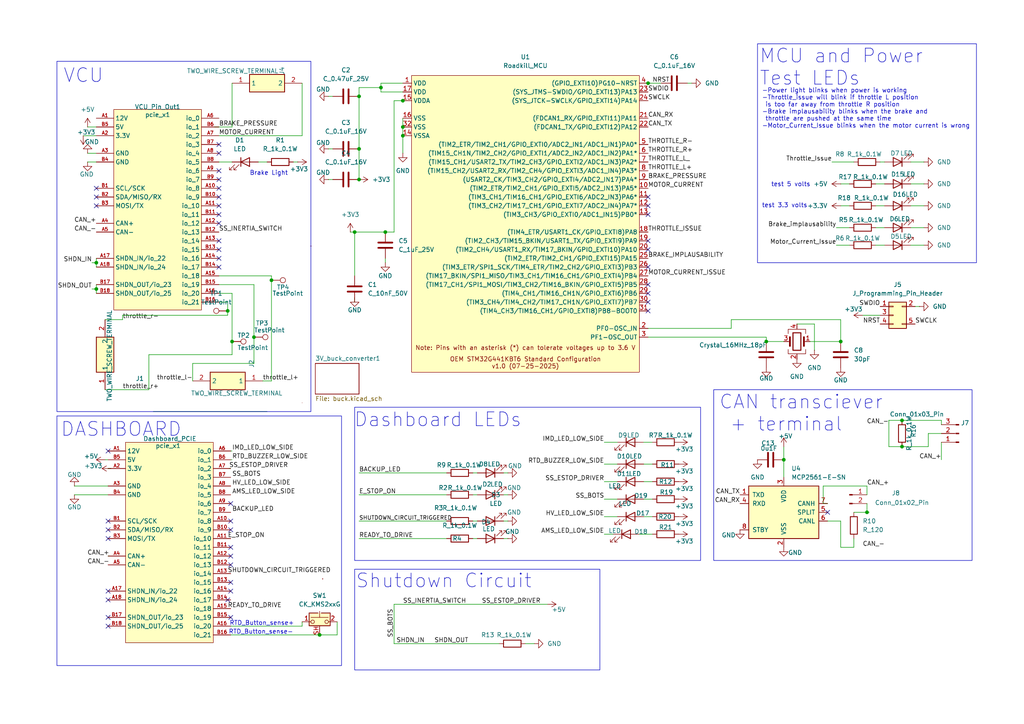
<source format=kicad_sch>
(kicad_sch (version 20250114) (generator "eeschema") (generator_version "9.0")
  (paper "A4")
  (rectangle (start 16.51 120.65) (end 99.06 193.04))
  (rectangle (start 102.87 118.11) (end 203.2 162.56))
  (rectangle (start 16.51 17.78) (end 90.17 119.38))
  (rectangle (start 102.87 165.1) (end 173.99 194.31))
  (rectangle (start 219.71 12.7) (end 283.21 76.2))
  (rectangle (start 207.01 113.03) (end 281.94 162.56))
  (text "Brake Light" (at 77.978 50.292 0) (effects (font (size 1.27 1.27))))
  (text "RTD_Button_sense-" (at 75.692 183.388 0) (effects (font (size 1.27 1.27))))
  (text "test 3.3 volts" (at 227.584 59.69 0) (effects (font (size 1.27 1.27))))
  (text "DASHBOARD" (at 17.526 127 0) (effects (font (size 4 4)) (justify left bottom)))
  (text "MCU and Power\nTest LEDs" (at 220.218 25.146 0) (effects (font (size 4 4)) (justify left bottom)))
  (text "Shutdown Circuit" (at 103.124 170.942 0) (effects (font (size 4 4)) (justify left bottom)))
  (text "-Power light blinks when power is working\n-Throttle_issue will blink if throttle L position \n is too far away from throttle R position\n-Brake implausability blinks when the brake and \n throttle are pushed at the same time\n-Motor_Current_Issue blinks when the motor current is wrong\n " (at 220.98 32.512 0) (effects (font (size 1.27 1.27)) (justify left)))
  (text "test 5 volts" (at 229.362 53.594 0) (effects (font (size 1.27 1.27))))
  (text "Dashboard LEDs" (at 102.616 124.206 0) (effects (font (size 4 4)) (justify left bottom)))
  (text "RTD_Button_sense+" (at 75.946 180.848 0) (effects (font (size 1.27 1.27))))
  (text "CAN transciever\n + terminal\n" (at 208.534 125.476 0) (effects (font (size 3.9878 3.9878)) (justify left bottom)))
  (text "VCU" (at 18.288 24.384 0) (effects (font (size 4 4)) (justify left bottom)))
  (junction (at 73.66 97.79))
  (junction (at 187.96 24.13))
  (junction (at 78.74 81.28))
  (junction (at 27.94 83.82))
  (junction (at 104.14 52.07))
  (junction (at 261.62 129.54))
  (junction (at 261.62 121.92))
  (junction (at 104.14 27.94))
  (junction (at 110.49 25.4))
  (junction (at 227.33 133.35))
  (junction (at 116.84 36.83))
  (junction (at 92.71 184.15))
  (junction (at 116.84 29.21))
  (junction (at 27.94 76.2))
  (junction (at 102.87 67.31))
  (junction (at 116.84 39.37))
  (junction (at 104.14 43.18))
  (junction (at 67.31 99.06))
  (junction (at 222.25 99.06))
  (junction (at 111.76 67.31))
  (junction (at 66.04 90.17))
  (junction (at 251.46 148.59))
  (junction (at 243.84 99.06))
  (no_connect (at 31.3546 151.13))
  (no_connect (at 63.5 77.47))
  (no_connect (at 187.96 62.23))
  (no_connect (at 31.3546 130.81))
  (no_connect (at 27.94 57.15))
  (no_connect (at 31.3546 153.67))
  (no_connect (at 31.3546 181.61))
  (no_connect (at 240.03 148.59))
  (no_connect (at 27.94 54.61))
  (no_connect (at 187.96 77.47))
  (no_connect (at 66.9146 163.83))
  (no_connect (at 63.5 44.45))
  (no_connect (at 66.9146 146.05))
  (no_connect (at 27.94 59.69))
  (no_connect (at 187.96 69.85))
  (no_connect (at 63.5 49.53))
  (no_connect (at 63.5 52.07))
  (no_connect (at 187.96 57.15))
  (no_connect (at 63.5 62.23))
  (no_connect (at 187.96 59.69))
  (no_connect (at 187.96 90.17))
  (no_connect (at 66.9146 179.07))
  (no_connect (at 63.5 74.93))
  (no_connect (at 187.96 82.55))
  (no_connect (at 66.9146 151.13))
  (no_connect (at 63.5 59.69))
  (no_connect (at 31.3546 173.99))
  (no_connect (at 66.9146 171.45))
  (no_connect (at 66.9146 153.67))
  (no_connect (at 63.5 72.39))
  (no_connect (at 63.5 41.91))
  (no_connect (at 31.3546 171.45))
  (no_connect (at 63.5 69.85))
  (no_connect (at 31.3546 179.07))
  (no_connect (at 187.96 87.63))
  (no_connect (at 63.5 57.15))
  (no_connect (at 187.96 72.39))
  (no_connect (at 66.9146 168.91))
  (no_connect (at 66.9146 158.75))
  (no_connect (at 66.9146 161.29))
  (no_connect (at 31.3546 156.21))
  (no_connect (at 63.5 64.77))
  (no_connect (at 63.5 54.61))
  (no_connect (at 187.96 85.09))
  (no_connect (at 66.04 173.99))
  (wire (pts (xy 67.31 36.83) (xy 67.31 24.13)))
  (wire (pts (xy 27.94 83.82) (xy 27.94 85.09)))
  (wire (pts (xy 95.25 43.18) (xy 96.52 43.18)))
  (wire (pts (xy 102.87 86.36) (xy 102.87 87.63)))
  (wire (pts (xy 111.76 76.2) (xy 111.76 74.93)))
  (wire (pts (xy 247.65 156.21) (xy 247.65 158.75)))
  (wire (pts (xy 24.13 39.37) (xy 27.94 39.37)))
  (wire (pts (xy 227.33 129.54) (xy 227.33 133.35)))
  (wire (pts (xy 144.78 186.69) (xy 114.3 186.69)))
  (wire (pts (xy 31.3546 143.51) (xy 21.59 143.51)))
  (wire (pts (xy 43.18 102.87) (xy 67.31 102.87)))
  (wire (pts (xy 67.31 85.09) (xy 63.5 85.09)))
  (wire (pts (xy 238.76 146.05) (xy 240.03 146.05)))
  (wire (pts (xy 222.25 99.06) (xy 227.33 99.06)))
  (wire (pts (xy 261.62 121.92) (xy 273.05 121.92)))
  (wire (pts (xy 31.75 161.29) (xy 31.3546 161.29)))
  (wire (pts (xy 116.84 34.29) (xy 116.84 36.83)))
  (wire (pts (xy 273.05 121.92) (xy 273.05 123.19)))
  (wire (pts (xy 67.31 85.09) (xy 67.31 99.06)))
  (wire (pts (xy 118.11 29.21) (xy 116.84 29.21)))
  (wire (pts (xy 116.84 36.83) (xy 116.84 39.37)))
  (wire (pts (xy 35.56 91.44) (xy 66.04 91.44)))
  (wire (pts (xy 227.33 133.35) (xy 227.33 138.43)))
  (wire (pts (xy 175.26 134.62) (xy 179.07 134.62)))
  (wire (pts (xy 62.23 39.37) (xy 87.63 39.37)))
  (wire (pts (xy 73.66 82.55) (xy 73.66 97.79)))
  (wire (pts (xy 66.9146 181.61) (xy 87.63 181.61)))
  (wire (pts (xy 55.88 105.41) (xy 73.66 105.41)))
  (wire (pts (xy 257.81 129.54) (xy 261.62 129.54)))
  (wire (pts (xy 111.76 67.31) (xy 114.3 67.31)))
  (wire (pts (xy 35.56 91.44) (xy 35.56 92.71)))
  (wire (pts (xy 175.26 154.94) (xy 177.8 154.94)))
  (wire (pts (xy 146.05 137.16) (xy 147.32 137.16)))
  (wire (pts (xy 212.09 95.25) (xy 187.96 95.25)))
  (wire (pts (xy 104.14 27.94) (xy 104.14 43.18)))
  (wire (pts (xy 273.05 128.27) (xy 273.05 133.35)))
  (wire (pts (xy 116.84 29.21) (xy 114.3 29.21)))
  (wire (pts (xy 92.71 184.15) (xy 97.79 184.15)))
  (wire (pts (xy 66.9146 130.81) (xy 67.31 130.81)))
  (wire (pts (xy 104.14 151.13) (xy 129.54 151.13)))
  (wire (pts (xy 27.94 36.83) (xy 25.4 36.83)))
  (wire (pts (xy 146.05 151.13) (xy 147.32 151.13)))
  (wire (pts (xy 78.74 80.01) (xy 63.5 80.01)))
  (wire (pts (xy 116.84 39.37) (xy 116.84 44.45)))
  (wire (pts (xy 110.49 24.13) (xy 116.84 24.13)))
  (wire (pts (xy 254 71.12) (xy 256.54 71.12)))
  (wire (pts (xy 257.81 121.92) (xy 257.81 129.54)))
  (wire (pts (xy 43.18 102.87) (xy 43.18 113.03)))
  (wire (pts (xy 251.46 148.59) (xy 252.095 148.59)))
  (wire (pts (xy 78.74 81.28) (xy 78.74 110.49)))
  (wire (pts (xy 186.69 149.86) (xy 189.23 149.86)))
  (wire (pts (xy 186.69 144.78) (xy 189.23 144.78)))
  (wire (pts (xy 242.57 71.12) (xy 246.38 71.12)))
  (wire (pts (xy 104.14 143.51) (xy 129.54 143.51)))
  (wire (pts (xy 87.63 24.13) (xy 87.63 39.37)))
  (wire (pts (xy 76.2 110.49) (xy 78.74 110.49)))
  (wire (pts (xy 146.05 156.21) (xy 147.32 156.21)))
  (wire (pts (xy 66.9146 133.35) (xy 67.31 133.35)))
  (wire (pts (xy 27.94 76.2) (xy 26.67 76.2)))
  (wire (pts (xy 269.24 129.54) (xy 269.24 125.73)))
  (wire (pts (xy 114.3 29.21) (xy 114.3 67.31)))
  (wire (pts (xy 30.48 113.03) (xy 43.18 113.03)))
  (wire (pts (xy 110.49 24.13) (xy 110.49 25.4)))
  (wire (pts (xy 137.16 137.16) (xy 138.43 137.16)))
  (wire (pts (xy 243.84 151.13) (xy 243.84 158.75)))
  (wire (pts (xy 104.14 137.16) (xy 129.54 137.16)))
  (wire (pts (xy 104.14 43.18) (xy 104.14 52.07)))
  (wire (pts (xy 73.66 97.79) (xy 73.66 105.41)))
  (wire (pts (xy 95.25 27.94) (xy 96.52 27.94)))
  (wire (pts (xy 137.16 151.13) (xy 138.43 151.13)))
  (wire (pts (xy 101.6 67.31) (xy 102.87 67.31)))
  (wire (pts (xy 137.16 156.21) (xy 138.43 156.21)))
  (wire (pts (xy 175.26 144.78) (xy 179.07 144.78)))
  (wire (pts (xy 243.84 99.06) (xy 243.84 92.71)))
  (wire (pts (xy 186.69 128.27) (xy 189.23 128.27)))
  (wire (pts (xy 152.4 186.69) (xy 154.94 186.69)))
  (wire (pts (xy 114.3 175.26) (xy 114.3 186.69)))
  (wire (pts (xy 199.39 24.13) (xy 200.66 24.13)))
  (wire (pts (xy 238.76 140.97) (xy 251.46 140.97)))
  (wire (pts (xy 66.04 90.17) (xy 66.04 91.44)))
  (wire (pts (xy 62.23 36.83) (xy 67.31 36.83)))
  (wire (pts (xy 236.22 101.6) (xy 236.22 93.98)))
  (wire (pts (xy 35.56 92.71) (xy 30.48 92.71)))
  (wire (pts (xy 31.3546 140.97) (xy 21.59 140.97)))
  (wire (pts (xy 185.42 154.94) (xy 189.23 154.94)))
  (wire (pts (xy 264.16 71.12) (xy 267.97 71.12)))
  (wire (pts (xy 251.46 146.05) (xy 251.46 148.59)))
  (wire (pts (xy 186.69 134.62) (xy 189.23 134.62)))
  (wire (pts (xy 242.57 66.04) (xy 246.38 66.04)))
  (wire (pts (xy 27.94 76.2) (xy 27.94 77.47)))
  (wire (pts (xy 63.5 82.55) (xy 73.66 82.55)))
  (wire (pts (xy 212.09 95.25) (xy 212.09 92.71)))
  (wire (pts (xy 264.16 66.04) (xy 267.97 66.04)))
  (wire (pts (xy 264.16 46.99) (xy 267.97 46.99)))
  (wire (pts (xy 74.93 46.99) (xy 77.47 46.99)))
  (wire (pts (xy 114.3 175.26) (xy 158.75 175.26)))
  (wire (pts (xy 246.38 59.69) (xy 243.84 59.69)))
  (wire (pts (xy 67.31 102.87) (xy 67.31 99.06)))
  (wire (pts (xy 269.24 125.73) (xy 273.05 125.73)))
  (wire (pts (xy 240.03 151.13) (xy 243.84 151.13)))
  (wire (pts (xy 187.96 97.79) (xy 222.25 97.79)))
  (wire (pts (xy 261.62 129.54) (xy 269.24 129.54)))
  (wire (pts (xy 267.97 59.69) (xy 264.16 59.69)))
  (wire (pts (xy 63.5 46.99) (xy 67.31 46.99)))
  (wire (pts (xy 55.88 105.41) (xy 55.88 110.49)))
  (wire (pts (xy 66.9146 135.89) (xy 66.4354 135.89)))
  (wire (pts (xy 186.69 139.7) (xy 189.23 139.7)))
  (wire (pts (xy 30.48 133.35) (xy 31.3546 133.35)))
  (wire (pts (xy 247.65 46.99) (xy 241.3 46.99)))
  (wire (pts (xy 110.49 26.67) (xy 116.84 26.67)))
  (wire (pts (xy 175.26 128.27) (xy 179.07 128.27)))
  (wire (pts (xy 97.79 180.34) (xy 97.79 184.15)))
  (wire (pts (xy 264.16 53.34) (xy 267.97 53.34)))
  (wire (pts (xy 255.27 46.99) (xy 256.54 46.99)))
  (wire (pts (xy 31.3546 135.89) (xy 32.1454 135.89)))
  (wire (pts (xy 147.32 143.51) (xy 146.05 143.51)))
  (wire (pts (xy 254 59.69) (xy 256.54 59.69)))
  (wire (pts (xy 104.14 25.4) (xy 104.14 27.94)))
  (wire (pts (xy 251.46 140.97) (xy 251.46 143.51)))
  (wire (pts (xy 104.14 156.21) (xy 129.54 156.21)))
  (wire (pts (xy 175.26 149.86) (xy 179.07 149.86)))
  (wire (pts (xy 27.94 74.93) (xy 27.94 76.2)))
  (wire (pts (xy 234.95 99.06) (xy 243.84 99.06)))
  (wire (pts (xy 87.63 181.61) (xy 87.63 180.34)))
  (wire (pts (xy 78.74 80.01) (xy 78.74 81.28)))
  (wire (pts (xy 110.49 25.4) (xy 104.14 25.4)))
  (wire (pts (xy 254 53.34) (xy 256.54 53.34)))
  (wire (pts (xy 265.43 88.9) (xy 266.7 88.9)))
  (wire (pts (xy 110.49 26.67) (xy 110.49 25.4)))
  (wire (pts (xy 243.84 158.75) (xy 247.65 158.75)))
  (wire (pts (xy 186.69 24.13) (xy 187.96 24.13)))
  (wire (pts (xy 257.81 121.92) (xy 261.62 121.92)))
  (wire (pts (xy 236.22 93.98) (xy 231.14 93.98)))
  (wire (pts (xy 85.09 46.99) (xy 86.36 46.99)))
  (wire (pts (xy 238.76 146.05) (xy 238.76 140.97)))
  (wire (pts (xy 66.04 87.63) (xy 63.5 87.63)))
  (wire (pts (xy 102.87 67.31) (xy 111.76 67.31)))
  (wire (pts (xy 95.25 52.07) (xy 96.52 52.07)))
  (wire (pts (xy 254 66.04) (xy 256.54 66.04)))
  (wire (pts (xy 27.94 83.82) (xy 27.94 82.55)))
  (wire (pts (xy 25.4 44.45) (xy 27.94 44.45)))
  (wire (pts (xy 44.45 119.38) (xy 77.47 119.38)))
  (wire (pts (xy 137.16 143.51) (xy 138.43 143.51)))
  (wire (pts (xy 102.87 67.31) (xy 102.87 80.01)))
  (wire (pts (xy 175.26 139.7) (xy 179.07 139.7)))
  (wire (pts (xy 212.09 92.71) (xy 243.84 92.71)))
  (wire (pts (xy 243.84 53.34) (xy 246.38 53.34)))
  (wire (pts (xy 26.67 83.82) (xy 27.94 83.82)))
  (wire (pts (xy 250.19 91.44) (xy 255.27 91.44)))
  (wire (pts (xy 25.4 46.99) (xy 27.94 46.99)))
  (wire (pts (xy 247.65 148.59) (xy 251.46 148.59)))
  (wire (pts (xy 187.96 24.13) (xy 191.77 24.13)))
  (wire (pts (xy 66.04 87.63) (xy 66.04 90.17)))
  (wire (pts (xy 66.9146 184.15) (xy 92.71 184.15)))
  (wire (pts (xy 222.25 97.79) (xy 222.25 99.06)))
  (label "MOTOR_CURRENT" (at 187.96 54.61 0))
  (label "E_STOP_ON" (at 66.04 156.21 0))
  (label "BRAKE_PRESSURE" (at 63.5 36.83 0))
  (label "IMD_LED_LOW_SIDE" (at 67.31 130.81 0))
  (label "CAN_+" (at 273.05 133.35 180))
  (label "MOTOR_CURRENT_ISSUE" (at 187.96 80.01 0))
  (label "CAN_+" (at 27.94 64.77 180))
  (label "CAN_TX" (at 187.96 36.83 0))
  (label "THROTTLE_L+" (at 187.96 49.53 0))
  (label "SHUTDOWN_CIRCUIT_TRIGGERED" (at 104.14 151.13 0) (effects (font (size 1.143 1.143))))
  (label "THROTTLE_R-" (at 187.96 41.91 0))
  (label "CAN_-" (at 31.75 163.83 180))
  (label "SWCLK" (at 265.43 93.98 0))
  (label "BRAKE_IMPLAUSABILITY" (at 187.96 74.93 0))
  (label "BACKUP_LED" (at 67.31 148.59 0))
  (label "SWCLK" (at 187.96 29.21 0))
  (label "CAN_-" (at 27.94 67.31 180))
  (label "throttle_l+" (at 76.2 110.49 0))
  (label "SS_ESTOP_DRIVER" (at 66.4354 135.89 0))
  (label "SWDIO" (at 187.96 26.67 0))
  (label "CAN_TX" (at 214.63 143.51 180))
  (label "Brake_implausability" (at 242.57 66.04 180))
  (label "SHDN_OUT" (at 135.89 186.69 180))
  (label "SHDN_IN" (at 123.19 186.69 180))
  (label "SS_ESTOP_DRIVER" (at 139.7 175.26 0))
  (label "THROTTLE_L_" (at 187.96 46.99 0))
  (label "CAN_+" (at 31.75 161.29 180))
  (label "CAN_RX" (at 214.63 146.05 180))
  (label "READY_TO_DRIVE" (at 66.04 176.53 0))
  (label "RTD_BUZZER_LOW_SIDE" (at 175.26 134.62 180))
  (label "SS_INERTIA_SWITCH" (at 63.5 67.31 0))
  (label "THROTTLE_ISSUE" (at 187.96 67.31 0))
  (label "CAN_-" (at 257.81 123.19 180))
  (label "IMD_LED_LOW_SIDE" (at 175.26 128.27 180))
  (label "SS_BOTS" (at 114.3 176.53 270))
  (label "E_STOP_ON" (at 104.14 143.51 0))
  (label "SS_ESTOP_DRIVER" (at 175.26 139.7 180))
  (label "BACKUP_LED" (at 104.14 137.16 0))
  (label "SHUTDOWN_CIRCUIT_TRIGGERED" (at 66.04 166.37 0))
  (label "AMS_LED_LOW_SIDE" (at 67.31 143.51 0))
  (label "BRAKE_PRESSURE" (at 187.96 52.07 0))
  (label "HV_LED_LOW_SIDE" (at 67.31 140.97 0))
  (label "SWDIO" (at 255.27 88.9 180))
  (label "throttle_r-" (at 35.56 92.71 0))
  (label "HV_LED_LOW_SIDE" (at 175.26 149.86 180))
  (label "throttle_l-" (at 55.88 110.49 180))
  (label "SS_BOTS" (at 67.31 138.43 0))
  (label "Motor_Current_Issue" (at 242.57 71.12 180))
  (label "RTD_BUZZER_LOW_SIDE" (at 67.31 133.35 0))
  (label "throttle_r+" (at 35.56 113.03 0))
  (label "SS_BOTS" (at 175.26 144.78 180))
  (label "CAN_+" (at 251.46 140.97 0))
  (label "READY_TO_DRIVE" (at 104.14 156.21 0))
  (label "AMS_LED_LOW_SIDE" (at 175.26 154.94 180))
  (label "SS_INERTIA_SWITCH" (at 116.84 175.26 0))
  (label "NRST" (at 189.23 24.13 0))
  (label "SHDN_OUT" (at 26.67 83.82 180))
  (label "Throttle_Issue" (at 241.3 46.99 180))
  (label "CAN_-" (at 250.19 158.75 0))
  (label "MOTOR_CURRENT" (at 63.5 39.37 0))
  (label "SHDN_IN" (at 26.67 76.2 180))
  (label "NRST" (at 255.27 93.98 180))
  (label "CAN_RX" (at 187.96 34.29 0))
  (label "THROTTLE_R+" (at 187.96 44.45 0))
  (symbol (lib_id "Device:LED") (at 142.24 156.21 180) (unit 1)
    (property "Reference" "D4" (at 140.97 151.384 0))
    (property "Value" "LED" (at 141.732 153.416 0))
    (property "Footprint" "OEM:LED_0805_OEM" (effects (hide yes)))
    (property "Description" "Light emitting diode" (effects (hide yes)))
    (property "Sim.Pins" "1=K 2=A" (effects (hide yes)))
  )
  (symbol (lib_id "OEM:R_1k_0.1W_0603") (at 193.04 149.86 270) (unit 1)
    (property "Reference" "R20" (at 192.8986 149.86 90))
    (property "Value" "R_1k_0.1W" (effects (hide yes)))
    (property "Footprint" "OEM:R_0603_1608Metric" (effects (hide yes)))
    (property "Datasheet" "https://www.mouser.com/datasheet/3/1099/1/SEI-RMCF_RMCP.pdf (or https://industrial.panasonic.com/ww/products/pt/general-purpose-chip-resistors/models/ERJ3GEYJ102V)" (effects (hide yes)))
    (property "Description" "RES SMD 1K OHM 5% 1/10W 0603" (effects (hide yes)))
    (property "MPN" "RMCF0603FT1K00 (or ERJ-3GEYJ102V)" (effects (hide yes)))
  )
  (symbol (lib_name "GND_20") (lib_id "power:GND") (at 219.71 133.35 0) (unit 1)
    (property "Reference" "#PWR?" (effects (hide yes)))
    (property "Value" "GND" (at 219.71 138.43 0))
    (property "Description" "Power symbol creates a global label with name \"GND\" , ground" (effects (hide yes)))
  )
  (symbol (lib_id "power:GND") (at 116.84 44.45 0) (unit 1)
    (property "Reference" "#PWR?" (effects (hide yes)))
    (property "Value" "GND" (at 116.84 49.53 0))
    (property "Description" "Power symbol creates a global label with name \"GND\" , ground" (effects (hide yes)))
  )
  (symbol (lib_id "OEM:C_0.1uF_16V_0603") (at 100.33 43.18 90) (unit 1)
    (property "Reference" "C3" (at 100.33 35.56 90))
    (property "Value" "C_0.1uF_16V" (at 100.33 38.1 90))
    (property "Footprint" "OEM:C_0603_1608Metric" (effects (hide yes)))
    (property "Datasheet" "https://www.mouser.com/datasheet/3/72/1/KEM_C1005_Y5V_SMD.pdf" (effects (hide yes)))
    (property "Description" "CAP CER 0.1UF 16V Y5V 0603" (effects (hide yes)))
    (property "MPN" "C0603C104Z4VACTU" (effects (hide yes)))
  )
  (symbol (lib_id "power:+3V3") (at 250.19 91.44 90) (unit 1)
    (property "Reference" "#PWR?" (effects (hide yes)))
    (property "Value" "+3V3" (at 250.19 89.662 90) (effects (justify left)))
    (property "Description" "Power symbol creates a global label with name \"+3V3\"" (effects (hide yes)))
  )
  (symbol (lib_name "TWO_WIRE_SCREW_TERMINAL_1") (lib_id "691412320002:TWO_WIRE_SCREW_TERMINAL") (at 55.88 110.49 0) (unit 1)
    (property "Reference" "J2" (at 72.9614 106.68 90) (effects (justify left)))
    (property "Value" "TWO_WIRE_SCREW_TERMINAL" (at 55.372 114.046 0) (effects (justify left)))
    (property "Footprint" "OEM:TAD05021LG" (effects (hide yes)))
    (property "Datasheet" "https://www.mouser.com/datasheet/3/1507/1/tad05.pdf" (effects (hide yes)))
    (property "Description" "WR-TBL Terminal block - Screwless Push IN - THT MRT24P3.81/2V01GR Serie 4123 - 3,81mm pitch - Modular THT - Grey - 45 cable entry Screwless Push In 13.2mm height - 02p" (effects (hide yes)))
    (property "Mouser Part Number" "710-691412320002" (effects (hide yes)))
    (property "Mouser Price/Stock" "https://www.mouser.co.uk/ProductDetail/Wurth-Elektronik/691412320002?qs=lBTPRtX1sU8RrNs89OcR%252BA%3D%3D" (effects (hide yes)))
    (property "Manufacturer_Name" "Wurth Elektronik" (effects (hide yes)))
    (property "Manufacturer_Part_Number" "691412320002" (effects (hide yes)))
  )
  (symbol (lib_id "Device:LED") (at 260.35 53.34 180) (unit 1)
    (property "Reference" "D15" (at 260.35 50.546 0))
    (property "Value" "LED" (at 263.652 50.546 0))
    (property "Footprint" "OEM:LED_0805_OEM" (effects (hide yes)))
    (property "Description" "Light emitting diode" (effects (hide yes)))
    (property "Sim.Pins" "1=K 2=A" (effects (hide yes)))
  )
  (symbol (lib_id "power:+5V") (at 30.48 133.35 90) (unit 1)
    (property "Reference" "#PWR?" (effects (hide yes)))
    (property "Value" "+5V" (at 28.448 132.334 90) (effects (justify left)))
    (property "Description" "Power symbol creates a global label with name \"+5V\"" (effects (hide yes)))
  )
  (symbol (lib_id "power:GND") (at 147.32 137.16 90) (unit 1)
    (property "Reference" "#PWR?" (effects (hide yes)))
    (property "Value" "GND" (at 147.32 135.128 90) (effects (justify right)))
    (property "Description" "Power symbol creates a global label with name \"GND\" , ground" (effects (hide yes)))
  )
  (symbol (lib_id "OEM:30pF") (at 243.84 102.87 0) (unit 1)
    (property "Reference" "C8" (at 247.65 101.5999 0) (effects (justify left)))
    (property "Value" "30pF" (at 247.65 104.1399 0) (effects (justify left)))
    (property "Footprint" "OEM:C_0603" (effects (hide yes)))
    (property "Datasheet" "https://www.seielect.com/Catalog/SEI-CML.PDF" (effects (hide yes)))
    (property "Description" "Unpolarized capacitor 30pf 5% 50V C0G NP0 0603" (effects (hide yes)))
    (property "MPN" "CML0603C0G300JT50V" (effects (hide yes)))
    (property "MFN" "Stackpole Electronics" (effects (hide yes)))
    (property "DKPN" "738-CML0603C0G300JT50VDKR-ND" (effects (hide yes)))
    (property "NewDesigns" "YES" (effects (hide yes)))
    (property "Stocked" "Digi-Reel" (effects (hide yes)))
    (property "Package" "0603" (effects (hide yes)))
    (property "Style" "SMD" (effects (hide yes)))
  )
  (symbol (lib_id "power:+3V3") (at 196.85 139.7 270) (unit 1)
    (property "Reference" "#PWR?" (effects (hide yes)))
    (property "Value" "+3V3" (at 195.834 141.732 90) (effects (justify left)))
    (property "Description" "Power symbol creates a global label with name \"+3V3\"" (effects (hide yes)))
  )
  (symbol (lib_id "power:GND") (at 25.4 46.99 0) (unit 1)
    (property "Reference" "#PWR?" (effects (hide yes)))
    (property "Value" "GND" (at 25.146 50.546 0))
    (property "Description" "Power symbol creates a global label with name \"GND\" , ground" (effects (hide yes)))
  )
  (symbol (lib_id "Device:LED") (at 142.24 143.51 180) (unit 1)
    (property "Reference" "D2" (at 141.224 140.462 0))
    (property "Value" "LED" (at 144.018 140.462 0))
    (property "Footprint" "OEM:LED_0805_OEM" (effects (hide yes)))
    (property "Description" "Light emitting diode" (effects (hide yes)))
    (property "Sim.Pins" "1=K 2=A" (effects (hide yes)))
  )
  (symbol (lib_id "Device:LED") (at 182.88 139.7 0) (unit 1)
    (property "Reference" "D11" (at 180.848 137.414 0))
    (property "Value" "LED" (at 184.15 137.414 0))
    (property "Footprint" "OEM:LED_0805_OEM" (effects (hide yes)))
    (property "Description" "Light emitting diode" (effects (hide yes)))
    (property "Sim.Pins" "1=K 2=A" (effects (hide yes)))
  )
  (symbol (lib_id "power:GND") (at 21.59 143.51 0) (unit 1)
    (property "Reference" "#PWR?" (effects (hide yes)))
    (property "Value" "GND" (at 21.59 147.066 0))
    (property "Description" "Power symbol creates a global label with name \"GND\" , ground" (effects (hide yes)))
  )
  (symbol (lib_id "Device:LED") (at 260.35 66.04 180) (unit 1)
    (property "Reference" "D6" (at 259.334 63.5 0))
    (property "Value" "LED" (at 262.128 63.5 0))
    (property "Footprint" "OEM:LED_0805_OEM" (effects (hide yes)))
    (property "Description" "Light emitting diode" (effects (hide yes)))
    (property "Sim.Pins" "1=K 2=A" (effects (hide yes)))
  )
  (symbol (lib_id "Device:LED") (at 142.24 151.13 180) (unit 1)
    (property "Reference" "D3" (at 143.8275 143.51 0))
    (property "Value" "LED" (at 143.8275 146.05 0))
    (property "Footprint" "OEM:LED_0805_OEM" (effects (hide yes)))
    (property "Description" "Light emitting diode" (effects (hide yes)))
    (property "Sim.Pins" "1=K 2=A" (effects (hide yes)))
  )
  (symbol (lib_id "OEM:R_1k_0.1W_0603") (at 148.59 186.69 90) (unit 1)
    (property "Reference" "R13" (at 141.478 184.15 90))
    (property "Value" "R_1k_0.1W" (at 149.098 184.15 90))
    (property "Footprint" "OEM:R_0603_1608Metric" (effects (hide yes)))
    (property "Datasheet" "https://www.mouser.com/datasheet/3/1099/1/SEI-RMCF_RMCP.pdf (or https://industrial.panasonic.com/ww/products/pt/general-purpose-chip-resistors/models/ERJ3GEYJ102V)" (effects (hide yes)))
    (property "Description" "RES SMD 1K OHM 5% 1/10W 0603" (effects (hide yes)))
    (property "MPN" "RMCF0603FT1K00 (or ERJ-3GEYJ102V)" (effects (hide yes)))
  )
  (symbol (lib_id "OEM:R_1k_0.1W_0603") (at 261.62 125.73 0) (unit 1)
    (property "Reference" "R16" (at 264.922 124.968 90))
    (property "Value" "R_1k_0.1W" (at 263.652 125.73 90))
    (property "Footprint" "OEM:R_0603_1608Metric" (effects (hide yes)))
    (property "Datasheet" "https://www.mouser.com/datasheet/3/1099/1/SEI-RMCF_RMCP.pdf (or https://industrial.panasonic.com/ww/products/pt/general-purpose-chip-resistors/models/ERJ3GEYJ102V)" (effects (hide yes)))
    (property "Description" "RES SMD 1K OHM 5% 1/10W 0603" (effects (hide yes)))
    (property "MPN" "RMCF0603FT1K00 (or ERJ-3GEYJ102V)" (effects (hide yes)))
  )
  (symbol (lib_id "power:GND") (at 154.94 186.69 90) (unit 1)
    (property "Reference" "#PWR?" (effects (hide yes)))
    (property "Value" "GND" (at 158.75 186.6899 90) (effects (justify right)))
    (property "Description" "Power symbol creates a global label with name \"GND\" , ground" (effects (hide yes)))
  )
  (symbol (lib_id "power:+3V3") (at 86.36 46.99 270) (unit 1)
    (property "Reference" "#PWR?" (effects (hide yes)))
    (property "Value" "+3V3" (at 84.074 49.022 90) (effects (justify left)))
    (property "Description" "Power symbol creates a global label with name \"+3V3\"" (effects (hide yes)))
  )
  (symbol (lib_id "power:+5V") (at 158.75 175.26 270) (unit 1)
    (property "Reference" "#PWR?" (effects (hide yes)))
    (property "Value" "+5V" (at 160.02 176.784 90) (effects (justify left)))
    (property "Description" "Power symbol creates a global label with name \"+5V\"" (effects (hide yes)))
  )
  (symbol (lib_id "691412320002:TWO_WIRE_SCREW_TERMINAL") (at 30.48 92.71 270) (unit 1)
    (property "Reference" "J1" (at 39.37 109.7914 90) (effects (justify left)))
    (property "Value" "TWO_WIRE_SCREW_TERMINAL" (at 31.75 89.916 0) (effects (justify left)))
    (property "Footprint" "OEM:TAD05021LG" (effects (hide yes)))
    (property "Datasheet" "https://www.mouser.com/datasheet/3/1507/1/tad05.pdf" (effects (hide yes)))
    (property "Description" "WR-TBL Terminal block - Screwless Push IN - THT MRT24P3.81/2V01GR Serie 4123 - 3,81mm pitch - Modular THT - Grey - 45 cable entry Screwless Push In 13.2mm height - 02p" (effects (hide yes)))
    (property "Mouser Part Number" "710-691412320002" (effects (hide yes)))
    (property "Mouser Price/Stock" "https://www.mouser.co.uk/ProductDetail/Wurth-Elektronik/691412320002?qs=lBTPRtX1sU8RrNs89OcR%252BA%3D%3D" (effects (hide yes)))
    (property "Manufacturer_Name" "Wurth Elektronik" (effects (hide yes)))
    (property "Manufacturer_Part_Number" "691412320002" (effects (hide yes)))
  )
  (symbol (lib_id "Connector:TestPoint") (at 78.74 81.28 270) (unit 1)
    (property "Reference" "TP4" (at 80.264 83.312 90) (effects (justify left)))
    (property "Value" "TestPoint" (at 78.994 85.09 90) (effects (justify left)))
    (property "Footprint" "OEM:Test_Point_SMD" (effects (hide yes)))
    (property "Description" "test point" (effects (hide yes)))
  )
  (symbol (lib_id "OEM:R_1k_0.1W_0603") (at 81.28 46.99 270) (unit 1)
    (property "Reference" "R1" (at 81.28 40.64 90))
    (property "Value" "R_1k_0.1W" (at 81.28 43.18 90))
    (property "Footprint" "OEM:R_0603_1608Metric" (effects (hide yes)))
    (property "Datasheet" "https://www.mouser.com/datasheet/3/1099/1/SEI-RMCF_RMCP.pdf (or https://industrial.panasonic.com/ww/products/pt/general-purpose-chip-resistors/models/ERJ3GEYJ102V)" (effects (hide yes)))
    (property "Description" "RES SMD 1K OHM 5% 1/10W 0603" (effects (hide yes)))
    (property "MPN" "RMCF0603FT1K00 (or ERJ-3GEYJ102V)" (effects (hide yes)))
  )
  (symbol (lib_id "OEM:R_1k_0.1W_0603") (at 193.04 144.78 270) (unit 1)
    (property "Reference" "R19" (at 193.294 142.748 90))
    (property "Value" "R_1k_0.1W" (effects (hide yes)))
    (property "Footprint" "OEM:R_0603_1608Metric" (effects (hide yes)))
    (property "Datasheet" "https://www.mouser.com/datasheet/3/1099/1/SEI-RMCF_RMCP.pdf (or https://industrial.panasonic.com/ww/products/pt/general-purpose-chip-resistors/models/ERJ3GEYJ102V)" (effects (hide yes)))
    (property "Description" "RES SMD 1K OHM 5% 1/10W 0603" (effects (hide yes)))
    (property "MPN" "RMCF0603FT1K00 (or ERJ-3GEYJ102V)" (effects (hide yes)))
  )
  (symbol (lib_id "power:+3V3") (at 101.6 67.31 0) (unit 1)
    (property "Reference" "#PWR?" (effects (hide yes)))
    (property "Value" "+3V3" (at 101.6 62.23 0))
    (property "Description" "Power symbol creates a global label with name \"+3V3\"" (effects (hide yes)))
  )
  (symbol (lib_id "Device:LED") (at 182.88 144.78 0) (unit 1)
    (property "Reference" "D19" (at 185.928 143.764 0))
    (property "Value" "LED" (at 178.308 140.97 0))
    (property "Footprint" "OEM:LED_0805_OEM" (effects (hide yes)))
    (property "Description" "Light emitting diode" (effects (hide yes)))
    (property "Sim.Pins" "1=K 2=A" (effects (hide yes)))
  )
  (symbol (lib_id "OEM:C_10nF_50V_0603") (at 102.87 83.82 0) (unit 1)
    (property "Reference" "C1" (at 106.68 82.5499 0) (effects (justify left)))
    (property "Value" "C_10nF_50V" (at 106.68 85.0899 0) (effects (justify left)))
    (property "Footprint" "OEM:C_0603_1608Metric" (effects (hide yes)))
    (property "Datasheet" "https://mm.digikey.com/Volume0/opasdata/d220001/medias/docus/609/CL10B103KB8NNNC_Spec.pdf" (effects (hide yes)))
    (property "Description" "CAP CER 10000PF 50V X7R 0603" (effects (hide yes)))
    (property "MPN" "CL10B103KB8NNNC" (effects (hide yes)))
  )
  (symbol (lib_id "OEM:C_0.1uF_16V_0603") (at 195.58 24.13 270) (unit 1)
    (property "Reference" "C6" (at 195.58 16.51 90))
    (property "Value" "C_0.1uF_16V" (at 195.58 19.05 90))
    (property "Footprint" "OEM:C_0603_1608Metric" (effects (hide yes)))
    (property "Datasheet" "https://www.mouser.com/datasheet/3/72/1/KEM_C1005_Y5V_SMD.pdf" (effects (hide yes)))
    (property "Description" "CAP CER 0.1UF 16V Y5V 0603" (effects (hide yes)))
    (property "MPN" "C0603C104Z4VACTU" (effects (hide yes)))
  )
  (symbol (lib_name "GND_17") (lib_id "power:GND") (at 231.14 104.14 0) (unit 1)
    (property "Reference" "#PWR?" (effects (hide yes)))
    (property "Value" "GND" (at 231.14 109.22 0))
    (property "Description" "Power symbol creates a global label with name \"GND\" , ground" (effects (hide yes)))
  )
  (symbol (lib_id "Connector:TestPoint") (at 67.31 99.06 270) (unit 1)
    (property "Reference" "TP2" (at 68.834 97.282 90) (effects (justify left)))
    (property "Value" "TestPoint" (at 68.834 100.838 90) (effects (justify left)))
    (property "Footprint" "OEM:Test_Point_SMD" (effects (hide yes)))
    (property "Description" "test point" (effects (hide yes)))
  )
  (symbol (lib_name "GND_18") (lib_id "power:GND") (at 227.33 158.75 0) (unit 1)
    (property "Reference" "#PWR?" (effects (hide yes)))
    (property "Value" "GND" (at 230.632 160.274 0))
    (property "Description" "Power symbol creates a global label with name \"GND\" , ground" (effects (hide yes)))
  )
  (symbol (lib_id "power:GND") (at 200.66 24.13 90) (unit 1)
    (property "Reference" "#PWR?" (effects (hide yes)))
    (property "Value" "GND" (at 204.47 24.1299 90) (effects (justify right)))
    (property "Description" "Power symbol creates a global label with name \"GND\" , ground" (effects (hide yes)))
  )
  (symbol (lib_id "power:+3V3") (at 196.85 144.78 270) (unit 1)
    (property "Reference" "#PWR?" (effects (hide yes)))
    (property "Value" "+3V3" (at 195.834 146.812 90) (effects (justify left)))
    (property "Description" "Power symbol creates a global label with name \"+3V3\"" (effects (hide yes)))
  )
  (symbol (lib_id "OEM:30pF") (at 222.25 102.87 0) (unit 1)
    (property "Reference" "C7" (effects (hide yes)))
    (property "Value" "30pF" (effects (hide yes)))
    (property "Footprint" "OEM:C_0603" (effects (hide yes)))
    (property "Datasheet" "https://www.seielect.com/Catalog/SEI-CML.PDF" (effects (hide yes)))
    (property "Description" "Unpolarized capacitor 30pf 5% 50V C0G NP0 0603" (effects (hide yes)))
    (property "MPN" "CML0603C0G300JT50V" (effects (hide yes)))
    (property "MFN" "Stackpole Electronics" (effects (hide yes)))
    (property "DKPN" "738-CML0603C0G300JT50VDKR-ND" (effects (hide yes)))
    (property "NewDesigns" "YES" (effects (hide yes)))
    (property "Stocked" "Digi-Reel" (effects (hide yes)))
    (property "Package" "0603" (effects (hide yes)))
    (property "Style" "SMD" (effects (hide yes)))
  )
  (symbol (lib_id "Device:LED") (at 182.88 149.86 0) (unit 1)
    (property "Reference" "D17" (at 186.436 148.844 0))
    (property "Value" "LED" (at 181.2925 146.05 0))
    (property "Footprint" "OEM:LED_0805_OEM" (effects (hide yes)))
    (property "Description" "Light emitting diode" (effects (hide yes)))
    (property "Sim.Pins" "1=K 2=A" (effects (hide yes)))
  )
  (symbol (lib_id "Device:LED") (at 182.88 128.27 0) (unit 1)
    (property "Reference" "D9" (at 180.594 126.238 0))
    (property "Value" "LED" (at 183.642 126.238 0))
    (property "Footprint" "OEM:LED_0805_OEM" (effects (hide yes)))
    (property "Description" "Light emitting diode" (effects (hide yes)))
    (property "Sim.Pins" "1=K 2=A" (effects (hide yes)))
  )
  (symbol (lib_id "OEM:R_1k_0.1W_0603") (at 251.46 46.99 270) (unit 1)
    (property "Reference" "R8" (at 243.586 44.704 90))
    (property "Value" "R_1k_0.1W" (at 250.698 44.704 90))
    (property "Footprint" "OEM:R_0603_1608Metric" (effects (hide yes)))
    (property "Datasheet" "https://www.mouser.com/datasheet/3/1099/1/SEI-RMCF_RMCP.pdf (or https://industrial.panasonic.com/ww/products/pt/general-purpose-chip-resistors/models/ERJ3GEYJ102V)" (effects (hide yes)))
    (property "Description" "RES SMD 1K OHM 5% 1/10W 0603" (effects (hide yes)))
    (property "MPN" "RMCF0603FT1K00 (or ERJ-3GEYJ102V)" (effects (hide yes)))
  )
  (symbol (lib_id "Connector:TestPoint") (at 66.04 90.17 90) (unit 1)
    (property "Reference" "TP1" (at 62.738 85.09 90))
    (property "Value" "TestPoint" (at 62.738 87.63 90))
    (property "Footprint" "OEM:Test_Point_SMD" (effects (hide yes)))
    (property "Description" "test point" (effects (hide yes)))
  )
  (symbol (lib_id "power:GND") (at 267.97 66.04 90) (unit 1)
    (property "Reference" "#PWR?" (effects (hide yes)))
    (property "Value" "GND" (at 271.78 66.0399 90) (effects (justify right)))
    (property "Description" "Power symbol creates a global label with name \"GND\" , ground" (effects (hide yes)))
  )
  (symbol (lib_id "power:+3V3") (at 196.85 134.62 270) (unit 1)
    (property "Reference" "#PWR?" (effects (hide yes)))
    (property "Value" "+3V3" (at 195.834 136.652 90) (effects (justify left)))
    (property "Description" "Power symbol creates a global label with name \"+3V3\"" (effects (hide yes)))
  )
  (symbol (lib_id "Interface_CAN_LIN:MCP2561-E-SN") (at 227.33 148.59 0) (unit 1)
    (property "Reference" "U4" (at 229.5241 135.89 0) (effects (justify left)))
    (property "Value" "MCP2561-E-SN" (at 229.5241 138.43 0) (effects (justify left)))
    (property "Footprint" "Package_SO:SOIC-8_3.9x4.9mm_P1.27mm" (effects (hide yes)))
    (property "Datasheet" "http://ww1.microchip.com/downloads/en/DeviceDoc/25167A.pdf" (effects (hide yes)))
    (property "Description" "High-Speed CAN Transceiver, 1Mbps, 5V supply, SPLIT pin, -40C to +125C, SOIC-8" (effects (hide yes)))
  )
  (symbol (lib_id "OEM:J_Programming_Pin_Header") (at 259.08 91.44 0) (unit 1)
    (property "Reference" "J5" (at 260.35 82.55 0))
    (property "Value" "J_Programming_Pin_Header" (at 260.35 85.09 0))
    (property "Footprint" "stm32g441kbt6:Programming_Pin_Header_Keyed" (effects (hide yes)))
    (property "Description" "Programming Pin Header for the STM32G441KBT6 and STM32G474RExx Chips (OEM Standard Configuration v1.0)" (effects (hide yes)))
  )
  (symbol (lib_id "Device:LED") (at 260.35 59.69 180) (unit 1)
    (property "Reference" "D16" (at 260.858 56.388 0))
    (property "Value" "LED" (at 264.414 56.388 0))
    (property "Footprint" "OEM:LED_0805_OEM" (effects (hide yes)))
    (property "Description" "Light emitting diode" (effects (hide yes)))
    (property "Sim.Pins" "1=K 2=A" (effects (hide yes)))
  )
  (symbol (lib_id "power:+5V") (at 24.13 39.37 180) (unit 1)
    (property "Reference" "#PWR?" (effects (hide yes)))
    (property "Value" "+3V3" (at 27.686 38.354 0) (effects (justify left)))
    (property "Description" "Power symbol creates a global label with name \"+5V\"" (effects (hide yes)))
  )
  (symbol (lib_id "OEM:R_1k_0.1W_0603") (at 133.35 156.21 90) (unit 1)
    (property "Reference" "R4" (at 132.588 156.21 90))
    (property "Value" "R_1k_0.1W" (at 133.35 152.4 90))
    (property "Footprint" "OEM:R_0603_1608Metric" (effects (hide yes)))
    (property "Datasheet" "https://www.mouser.com/datasheet/3/1099/1/SEI-RMCF_RMCP.pdf (or https://industrial.panasonic.com/ww/products/pt/general-purpose-chip-resistors/models/ERJ3GEYJ102V)" (effects (hide yes)))
    (property "Description" "RES SMD 1K OHM 5% 1/10W 0603" (effects (hide yes)))
    (property "MPN" "RMCF0603FT1K00 (or ERJ-3GEYJ102V)" (effects (hide yes)))
  )
  (symbol (lib_id "OEM:C_0.1uF_16V_0603") (at 100.33 52.07 90) (unit 1)
    (property "Reference" "C4" (at 100.33 44.45 90))
    (property "Value" "C_0.1uF_16V" (at 100.33 46.99 90))
    (property "Footprint" "OEM:C_0603_1608Metric" (effects (hide yes)))
    (property "Datasheet" "https://www.mouser.com/datasheet/3/72/1/KEM_C1005_Y5V_SMD.pdf" (effects (hide yes)))
    (property "Description" "CAP CER 0.1UF 16V Y5V 0603" (effects (hide yes)))
    (property "MPN" "C0603C104Z4VACTU" (effects (hide yes)))
  )
  (symbol (lib_id "power:+5V") (at 25.4 36.83 0) (unit 1)
    (property "Reference" "#PWR?" (effects (hide yes)))
    (property "Value" "+5V" (at 25.4 31.75 0))
    (property "Description" "Power symbol creates a global label with name \"+5V\"" (effects (hide yes)))
  )
  (symbol (lib_id "power:GND") (at 102.87 86.36 0) (unit 1)
    (property "Reference" "#PWR?" (effects (hide yes)))
    (property "Value" "GND" (at 102.87 89.916 0))
    (property "Description" "Power symbol creates a global label with name \"GND\" , ground" (effects (hide yes)))
  )
  (symbol (lib_id "power:GND") (at 95.25 43.18 270) (unit 1)
    (property "Reference" "#PWR?" (effects (hide yes)))
    (property "Value" "GND" (at 95.758 41.402 90) (effects (justify right)))
    (property "Description" "Power symbol creates a global label with name \"GND\" , ground" (effects (hide yes)))
  )
  (symbol (lib_id "OEM:U_MCU_STM32G441KBT6_32-LQFP") (at 152.4 64.77 0) (unit 1)
    (property "Reference" "U1" (at 152.4 16.51 0))
    (property "Value" "Roadkill_MCU" (at 152.4 19.05 0))
    (property "Footprint" "OEM:LQFP-32_7x7mm_P0.8mm" (effects (hide yes)))
    (property "Datasheet" "https://www.st.com/resource/en/datasheet/stm32g441kb.pdf" (effects (hide yes)))
    (property "Description" "OEM STM32G441KBT6 Standard Configuration - v1.0 (07-25-2025)" (effects (hide yes)))
  )
  (symbol (lib_id "power:GND") (at 267.97 53.34 90) (unit 1)
    (property "Reference" "#PWR?" (effects (hide yes)))
    (property "Value" "GND" (at 271.78 53.3399 90) (effects (justify right)))
    (property "Description" "Power symbol creates a global label with name \"GND\" , ground" (effects (hide yes)))
  )
  (symbol (lib_id "power:GND") (at 266.7 88.9 90) (unit 1)
    (property "Reference" "#PWR?" (effects (hide yes)))
    (property "Value" "GND" (at 270.51 88.8999 90) (effects (justify right)))
    (property "Description" "Power symbol creates a global label with name \"GND\" , ground" (effects (hide yes)))
  )
  (symbol (lib_id "power:GND") (at 267.97 46.99 90) (unit 1)
    (property "Reference" "#PWR?" (effects (hide yes)))
    (property "Value" "GND" (at 271.78 46.9899 90) (effects (justify right)))
    (property "Description" "Power symbol creates a global label with name \"GND\" , ground" (effects (hide yes)))
  )
  (symbol (lib_id "power:GND") (at 147.32 143.51 90) (unit 1)
    (property "Reference" "#PWR?" (effects (hide yes)))
    (property "Value" "GND" (at 147.066 141.478 90) (effects (justify right)))
    (property "Description" "Power symbol creates a global label with name \"GND\" , ground" (effects (hide yes)))
  )
  (symbol (lib_id "power:+5V") (at 243.84 53.34 90) (unit 1)
    (property "Reference" "#PWR?" (effects (hide yes)))
    (property "Value" "+5V" (at 240.03 53.3399 90) (effects (justify left)))
    (property "Description" "Power symbol creates a global label with name \"+5V\"" (effects (hide yes)))
  )
  (symbol (lib_id "OEM:0u1F") (at 223.52 133.35 270) (unit 1)
    (property "Reference" "C13" (at 222.758 128.524 90))
    (property "Value" "0u1F" (at 223.012 130.048 90))
    (property "Footprint" "OEM:C_0603" (effects (hide yes)))
    (property "Datasheet" "${OEM_DIR}/parts/datasheets/samsung_CL10B104KB8NNWC.pdf" (effects (hide yes)))
    (property "Description" "Unpolarized capacitor 0.1uF 50V X7R 0603" (effects (hide yes)))
    (property "MPN" "CL10B104KB8NNWC" (effects (hide yes)))
    (property "MFN" "Samsung Electro-Mechanics" (effects (hide yes)))
    (property "DKPN" "1276-1935-2-ND" (effects (hide yes)))
    (property "Package" "0603" (effects (hide yes)))
    (property "Stocked" "Reel" (effects (hide yes)))
    (property "NewDesigns" "YES" (effects (hide yes)))
    (property "Style" "SMD" (effects (hide yes)))
  )
  (symbol (lib_id "Switch:CK_KMS2xxG") (at 92.71 180.34 0) (unit 1)
    (property "Reference" "SW1" (at 92.71 172.72 0))
    (property "Value" "CK_KMS2xxG" (at 92.71 175.26 0))
    (property "Footprint" "Button_Switch_SMD:SW_SPST_CK_KMS2xxGP" (effects (hide yes)))
    (property "Datasheet" "https://www.ckswitches.com/media/1482/kms.pdf" (effects (hide yes)))
    (property "Description" "Microminiature SMT Side Actuated, 4.2 x 2.8 x 1.42mm, without pegs, with shield pin" (effects (hide yes)))
  )
  (symbol (lib_id "OEM:R_1k_0.1W_0603") (at 250.19 53.34 270) (unit 1)
    (property "Reference" "R17" (at 245.11 51.308 90))
    (property "Value" "R_1k_0.1W" (at 252.476 51.308 90))
    (property "Footprint" "OEM:R_0603_1608Metric" (effects (hide yes)))
    (property "Datasheet" "https://www.mouser.com/datasheet/3/1099/1/SEI-RMCF_RMCP.pdf (or https://industrial.panasonic.com/ww/products/pt/general-purpose-chip-resistors/models/ERJ3GEYJ102V)" (effects (hide yes)))
    (property "Description" "RES SMD 1K OHM 5% 1/10W 0603" (effects (hide yes)))
    (property "MPN" "RMCF0603FT1K00 (or ERJ-3GEYJ102V)" (effects (hide yes)))
  )
  (symbol (lib_id "Device:LED") (at 181.61 154.94 0) (unit 1)
    (property "Reference" "D18" (at 185.928 154.178 0))
    (property "Value" "LED" (at 178.308 153.924 0))
    (property "Footprint" "OEM:LED_0805_OEM" (effects (hide yes)))
    (property "Description" "Light emitting diode" (effects (hide yes)))
    (property "Sim.Pins" "1=K 2=A" (effects (hide yes)))
  )
  (symbol (lib_name "GND_19") (lib_id "power:GND") (at 214.63 153.67 0) (unit 1)
    (property "Reference" "#PWR?" (effects (hide yes)))
    (property "Value" "GND" (at 211.328 155.194 0))
    (property "Description" "Power symbol creates a global label with name \"GND\" , ground" (effects (hide yes)))
  )
  (symbol (lib_id "power:+3V3") (at 104.14 52.07 270) (unit 1)
    (property "Reference" "#PWR?" (effects (hide yes)))
    (property "Value" "+3V3" (at 107.95 52.0699 90) (effects (justify left)))
    (property "Description" "Power symbol creates a global label with name \"+3V3\"" (effects (hide yes)))
  )
  (symbol (lib_id "OEM:R_1k_0.1W_0603") (at 133.35 137.16 90) (unit 1)
    (property "Reference" "R9" (at 128.016 134.874 90))
    (property "Value" "R_1k_0.1W" (at 134.62 134.874 90))
    (property "Footprint" "OEM:R_0603_1608Metric" (effects (hide yes)))
    (property "Datasheet" "https://www.mouser.com/datasheet/3/1099/1/SEI-RMCF_RMCP.pdf (or https://industrial.panasonic.com/ww/products/pt/general-purpose-chip-resistors/models/ERJ3GEYJ102V)" (effects (hide yes)))
    (property "Description" "RES SMD 1K OHM 5% 1/10W 0603" (effects (hide yes)))
    (property "MPN" "RMCF0603FT1K00 (or ERJ-3GEYJ102V)" (effects (hide yes)))
  )
  (symbol (lib_id "power:GND") (at 95.25 52.07 270) (unit 1)
    (property "Reference" "#PWR?" (effects (hide yes)))
    (property "Value" "GND" (at 95.758 50.038 90) (effects (justify right)))
    (property "Description" "Power symbol creates a global label with name \"GND\" , ground" (effects (hide yes)))
  )
  (symbol (lib_id "Connector:Conn_01x02_Pin") (at 246.38 143.51 0) (unit 1)
    (property "Reference" "J8" (at 259.842 143.002 0))
    (property "Value" "Conn_01x02_Pin" (at 261.62 145.796 0))
    (property "Footprint" "Connector_PinHeader_2.54mm:PinHeader_1x02_P2.54mm_Vertical" (effects (hide yes)))
    (property "Description" "Generic connector, single row, 01x02, script generated" (effects (hide yes)))
  )
  (symbol (lib_id "OEM:R_1k_0.1W_0603") (at 250.19 59.69 270) (unit 1)
    (property "Reference" "R18" (at 244.856 57.404 90))
    (property "Value" "R_1k_0.1W" (at 252.73 57.404 90))
    (property "Footprint" "OEM:R_0603_1608Metric" (effects (hide yes)))
    (property "Datasheet" "https://www.mouser.com/datasheet/3/1099/1/SEI-RMCF_RMCP.pdf (or https://industrial.panasonic.com/ww/products/pt/general-purpose-chip-resistors/models/ERJ3GEYJ102V)" (effects (hide yes)))
    (property "Description" "RES SMD 1K OHM 5% 1/10W 0603" (effects (hide yes)))
    (property "MPN" "RMCF0603FT1K00 (or ERJ-3GEYJ102V)" (effects (hide yes)))
  )
  (symbol (lib_id "OEM:R_1k_0.1W_0603") (at 250.19 71.12 270) (unit 1)
    (property "Reference" "R6" (at 243.586 69.088 90))
    (property "Value" "R_1k_0.1W" (at 250.19 69.088 90))
    (property "Footprint" "OEM:R_0603_1608Metric" (effects (hide yes)))
    (property "Datasheet" "https://www.mouser.com/datasheet/3/1099/1/SEI-RMCF_RMCP.pdf (or https://industrial.panasonic.com/ww/products/pt/general-purpose-chip-resistors/models/ERJ3GEYJ102V)" (effects (hide yes)))
    (property "Description" "RES SMD 1K OHM 5% 1/10W 0603" (effects (hide yes)))
    (property "MPN" "RMCF0603FT1K00 (or ERJ-3GEYJ102V)" (effects (hide yes)))
  )
  (symbol (lib_id "power:GND") (at 21.59 140.97 180) (unit 1)
    (property "Reference" "#PWR?" (effects (hide yes)))
    (property "Value" "GND" (at 21.59 137.668 0))
    (property "Description" "Power symbol creates a global label with name \"GND\" , ground" (effects (hide yes)))
  )
  (symbol (lib_id "power:+3V3") (at 196.85 149.86 270) (unit 1)
    (property "Reference" "#PWR?" (effects (hide yes)))
    (property "Value" "+3V3" (at 195.834 151.892 90) (effects (justify left)))
    (property "Description" "Power symbol creates a global label with name \"+3V3\"" (effects (hide yes)))
  )
  (symbol (lib_id "power:GND") (at 267.97 71.12 90) (unit 1)
    (property "Reference" "#PWR?" (effects (hide yes)))
    (property "Value" "GND" (at 271.78 71.1199 90) (effects (justify right)))
    (property "Description" "Power symbol creates a global label with name \"GND\" , ground" (effects (hide yes)))
  )
  (symbol (lib_id "power:GND") (at 95.25 27.94 270) (unit 1)
    (property "Reference" "#PWR?" (effects (hide yes)))
    (property "Value" "GND" (at 95.758 25.908 90) (effects (justify right)))
    (property "Description" "Power symbol creates a global label with name \"GND\" , ground" (effects (hide yes)))
  )
  (symbol (lib_name "TWO_WIRE_SCREW_TERMINAL_1") (lib_id "691412320002:TWO_WIRE_SCREW_TERMINAL") (at 87.63 24.13 180) (unit 1)
    (property "Reference" "J4" (at 81.788 19.304 90) (effects (justify left)))
    (property "Value" "TWO_WIRE_SCREW_TERMINAL" (at 80.772 20.574 0) (effects (justify left)))
    (property "Footprint" "OEM:TAD05021LG" (effects (hide yes)))
    (property "Datasheet" "https://www.mouser.com/datasheet/3/1507/1/tad05.pdf" (effects (hide yes)))
    (property "Description" "WR-TBL Terminal block - Screwless Push IN - THT MRT24P3.81/2V01GR Serie 4123 - 3,81mm pitch - Modular THT - Grey - 45 cable entry Screwless Push In 13.2mm height - 02p" (effects (hide yes)))
    (property "Mouser Part Number" "710-691412320002" (effects (hide yes)))
    (property "Mouser Price/Stock" "https://www.mouser.co.uk/ProductDetail/Wurth-Elektronik/691412320002?qs=lBTPRtX1sU8RrNs89OcR%252BA%3D%3D" (effects (hide yes)))
    (property "Manufacturer_Name" "Wurth Elektronik" (effects (hide yes)))
    (property "Manufacturer_Part_Number" "691412320002" (effects (hide yes)))
  )
  (symbol (lib_id "power:+3.3V") (at 243.84 59.69 90) (unit 1)
    (property "Reference" "#PWR?" (effects (hide yes)))
    (property "Value" "+3.3V" (at 240.03 59.6899 90) (effects (justify left)))
    (property "Description" "Power symbol creates a global label with name \"+3.3V\"" (effects (hide yes)))
  )
  (symbol (lib_id "Connector:Conn_01x03_Pin") (at 278.13 125.73 180) (unit 1)
    (property "Reference" "J7" (at 279.908 122.682 0))
    (property "Value" "Conn_01x03_Pin" (at 265.938 120.142 0))
    (property "Footprint" "Connector_PinSocket_2.54mm:PinSocket_1x03_P2.54mm_Vertical" (effects (hide yes)))
    (property "Description" "Generic connector, single row, 01x03, script generated" (effects (hide yes)))
  )
  (symbol (lib_id "power:GND") (at 111.76 76.2 0) (unit 1)
    (property "Reference" "#PWR?" (effects (hide yes)))
    (property "Value" "GND" (at 111.76 80.01 0))
    (property "Description" "Power symbol creates a global label with name \"GND\" , ground" (effects (hide yes)))
  )
  (symbol (lib_id "OEM:Crystal_16MHz_18pF") (at 231.14 99.06 180) (unit 1)
    (property "Reference" "Y1" (effects (hide yes)))
    (property "Value" "Crystal_16MHz_18pF" (at 212.598 100.076 0))
    (property "Footprint" "OEM:Crystal_TXC7M" (effects (hide yes)))
    (property "Datasheet" "http://txccrystal.com/images/pdf/7m.pdf" (effects (hide yes)))
    (property "Description" "16MHz 18pF crystal" (effects (hide yes)))
    (property "MPN" "7M-16.000MAAJ-T" (effects (hide yes)))
    (property "MFN" "TXC" (effects (hide yes)))
    (property "DKPN" "887-1125-1-ND" (effects (hide yes)))
    (property "NewDesigns" "YES" (effects (hide yes)))
    (property "Stocked" "Tape" (effects (hide yes)))
    (property "Package" "Custom" (effects (hide yes)))
    (property "Style" "SMD" (effects (hide yes)))
  )
  (symbol (lib_id "OEM:D_LED_Red_0805") (at 260.35 46.99 180) (unit 1)
    (property "Reference" "D7" (at 259.588 44.45 0))
    (property "Value" "LED" (at 262.89 44.45 0))
    (property "Footprint" "OEM:D_0805_2012Metric" (effects (hide yes)))
    (property "Datasheet" "https://www.mouser.com/catalog/specsheets/Lite-On-LTST-C171KRKT.pdf" (effects (hide yes)))
    (property "Description" "LED RED CLEAR SMD" (effects (hide yes)))
    (property "Sim.Pins" "1=K 2=A" (effects (hide yes)))
    (property "MPN" "LTST-C171KRKT" (effects (hide yes)))
  )
  (symbol (lib_name "+5V_7") (lib_id "power:+5V") (at 227.33 129.54 0) (unit 1)
    (property "Reference" "#PWR?" (effects (hide yes)))
    (property "Value" "+5V" (at 227.838 126.492 0))
    (property "Description" "Power symbol creates a global label with name \"+5V\"" (effects (hide yes)))
  )
  (symbol (lib_id "power:+3V3") (at 32.1454 135.89 90) (unit 1)
    (property "Reference" "#PWR?" (effects (hide yes)))
    (property "Value" "+3V3" (at 29.718 135.128 90) (effects (justify left)))
    (property "Description" "Power symbol creates a global label with name \"+3V3\"" (effects (hide yes)))
  )
  (symbol (lib_id "Connector:TestPoint") (at 73.66 97.79 270) (unit 1)
    (property "Reference" "TP3" (at 74.168 93.726 90) (effects (justify left)))
    (property "Value" "TestPoint" (at 73.66 95.758 90) (effects (justify left)))
    (property "Footprint" "OEM:Test_Point_SMD" (effects (hide yes)))
    (property "Description" "test point" (effects (hide yes)))
  )
  (symbol (lib_id "power:GND") (at 25.4 44.45 180) (unit 1)
    (property "Reference" "#PWR?" (effects (hide yes)))
    (property "Value" "GND" (at 26.67 41.148 0))
    (property "Description" "Power symbol creates a global label with name \"GND\" , ground" (effects (hide yes)))
  )
  (symbol (lib_id "OEM:R_1k_0.1W_0603") (at 193.04 154.94 270) (unit 1)
    (property "Reference" "R21" (at 193.04 152.908 90))
    (property "Value" "R_1k_0.1W" (effects (hide yes)))
    (property "Footprint" "OEM:R_0603_1608Metric" (effects (hide yes)))
    (property "Datasheet" "https://www.mouser.com/datasheet/3/1099/1/SEI-RMCF_RMCP.pdf (or https://industrial.panasonic.com/ww/products/pt/general-purpose-chip-resistors/models/ERJ3GEYJ102V)" (effects (hide yes)))
    (property "Description" "RES SMD 1K OHM 5% 1/10W 0603" (effects (hide yes)))
    (property "MPN" "RMCF0603FT1K00 (or ERJ-3GEYJ102V)" (effects (hide yes)))
  )
  (symbol (lib_id "Device:LED") (at 260.35 71.12 180) (unit 1)
    (property "Reference" "D5" (at 259.588 68.58 0))
    (property "Value" "LED" (at 262.636 68.58 0))
    (property "Footprint" "OEM:LED_0805_OEM" (effects (hide yes)))
    (property "Description" "Light emitting diode" (effects (hide yes)))
    (property "Sim.Pins" "1=K 2=A" (effects (hide yes)))
  )
  (symbol (lib_id "power:+3V3") (at 196.85 154.94 270) (unit 1)
    (property "Reference" "#PWR?" (effects (hide yes)))
    (property "Value" "+3V3" (at 195.834 156.972 90) (effects (justify left)))
    (property "Description" "Power symbol creates a global label with name \"+3V3\"" (effects (hide yes)))
  )
  (symbol (lib_id "OEM:J_PCIe_x1") (at 49.1346 154.94 0) (unit 1)
    (property "Reference" "Dashboard_PCIE" (at 49.276 127.254 0))
    (property "Value" "pcie_x1" (at 48.768 129.286 0))
    (property "Footprint" "OEM:te_pcie_x1_connector" (effects (hide yes)))
    (property "Datasheet" "https://www.te.com/commerce/DocumentDelivery/DDEController?Action=showdoc&DocId=Data+Sheet%7F4-1773442-7%7F0308%7Fpdf%7FEnglish%7FENG_DS_4-1773442-7_0308.pdf%7F2-1761465-1" (effects (hide yes)))
    (property "Description" "Interface used to connect daugterboards to Mk.VII's motherboards" (effects (hide yes)))
    (property "MPN" "2-1761465-1" (effects (hide yes)))
    (property "Sim.Library" "./" (effects (hide yes)))
  )
  (symbol (lib_id "OEM:C_0.47uF_25V_0603") (at 100.33 27.94 270) (unit 1)
    (property "Reference" "C2" (at 100.33 20.32 90))
    (property "Value" "C_0.47uF_25V" (at 100.33 22.86 90))
    (property "Footprint" "OEM:C_0603_1608Metric" (effects (hide yes)))
    (property "Datasheet" "https://search.murata.co.jp/Ceramy/image/img/A01X/G101/ENG/GRM188R71E474KA12-01.pdf" (effects (hide yes)))
    (property "Description" "CAP CER 0.47UF 25V X7R 0603" (effects (hide yes)))
    (property "MPN" "GRM188R71E474KA12D" (effects (hide yes)))
  )
  (symbol (lib_id "OEM:R_120_DNP") (at 247.65 152.4 0) (unit 1)
    (property "Reference" "R10" (at 250.19 151.1299 0) (effects (justify left)))
    (property "Value" "R_120" (at 250.19 153.6699 0) (effects (justify left)))
    (property "Footprint" "OEM:R_0603" (effects (hide yes)))
    (property "Datasheet" "https://www.yageo.com/upload/media/product/productsearch/datasheet/rchip/PYu-RC_Group_51_RoHS_L_12.pdf" (effects (hide yes)))
    (property "Description" "Resistor 120 ohm 0603 1/10W 1%" (effects (hide yes)))
    (property "MPN" "RC0603FR-13120RL" (effects (hide yes)))
    (property "MFN" "Yageo" (effects (hide yes)))
    (property "DKPN" "13-RC0603FR-13120RLDKR-ND" (effects (hide yes)))
    (property "Package" "0603" (effects (hide yes)))
    (property "NewDesigns" "YES" (effects (hide yes)))
    (property "Stocked" "Digi-Reel" (effects (hide yes)))
    (property "Style" "SMD" (effects (hide yes)))
  )
  (symbol (lib_name "GND_15") (lib_id "power:GND") (at 243.84 106.68 0) (unit 1)
    (property "Reference" "#PWR?" (effects (hide yes)))
    (property "Value" "GND" (at 243.84 110.236 0))
    (property "Description" "Power symbol creates a global label with name \"GND\" , ground" (effects (hide yes)))
  )
  (symbol (lib_id "OEM:R_1k_0.1W_0603") (at 193.04 139.7 270) (unit 1)
    (property "Reference" "R12" (at 193.04 139.7 90))
    (property "Value" "R_1k_0.1W" (effects (hide yes)))
    (property "Footprint" "OEM:R_0603_1608Metric" (effects (hide yes)))
    (property "Datasheet" "https://www.mouser.com/datasheet/3/1099/1/SEI-RMCF_RMCP.pdf (or https://industrial.panasonic.com/ww/products/pt/general-purpose-chip-resistors/models/ERJ3GEYJ102V)" (effects (hide yes)))
    (property "Description" "RES SMD 1K OHM 5% 1/10W 0603" (effects (hide yes)))
    (property "MPN" "RMCF0603FT1K00 (or ERJ-3GEYJ102V)" (effects (hide yes)))
  )
  (symbol (lib_id "OEM:R_1k_0.1W_0603") (at 193.04 128.27 270) (unit 1)
    (property "Reference" "R7" (at 189.484 126.238 90))
    (property "Value" "R_1k_0.1W" (at 195.834 126.238 90))
    (property "Footprint" "OEM:R_0603_1608Metric" (effects (hide yes)))
    (property "Datasheet" "https://www.mouser.com/datasheet/3/1099/1/SEI-RMCF_RMCP.pdf (or https://industrial.panasonic.com/ww/products/pt/general-purpose-chip-resistors/models/ERJ3GEYJ102V)" (effects (hide yes)))
    (property "Description" "RES SMD 1K OHM 5% 1/10W 0603" (effects (hide yes)))
    (property "MPN" "RMCF0603FT1K00 (or ERJ-3GEYJ102V)" (effects (hide yes)))
  )
  (symbol (lib_id "OEM:R_1k_0.1W_0603") (at 133.35 143.51 90) (unit 1)
    (property "Reference" "R2" (at 128.524 141.478 90))
    (property "Value" "R_1k_0.1W" (at 134.874 141.478 90))
    (property "Footprint" "OEM:R_0603_1608Metric" (effects (hide yes)))
    (property "Datasheet" "https://www.mouser.com/datasheet/3/1099/1/SEI-RMCF_RMCP.pdf (or https://industrial.panasonic.com/ww/products/pt/general-purpose-chip-resistors/models/ERJ3GEYJ102V)" (effects (hide yes)))
    (property "Description" "RES SMD 1K OHM 5% 1/10W 0603" (effects (hide yes)))
    (property "MPN" "RMCF0603FT1K00 (or ERJ-3GEYJ102V)" (effects (hide yes)))
  )
  (symbol (lib_name "GND_16") (lib_id "power:GND") (at 236.22 101.6 0) (unit 1)
    (property "Reference" "#PWR?" (effects (hide yes)))
    (property "Value" "GND" (at 236.22 106.68 0))
    (property "Description" "Power symbol creates a global label with name \"GND\" , ground" (effects (hide yes)))
  )
  (symbol (lib_id "power:GND") (at 267.97 59.69 90) (unit 1)
    (property "Reference" "#PWR?" (effects (hide yes)))
    (property "Value" "GND" (at 271.78 59.6899 90) (effects (justify right)))
    (property "Description" "Power symbol creates a global label with name \"GND\" , ground" (effects (hide yes)))
  )
  (symbol (lib_name "GND_14") (lib_id "power:GND") (at 222.25 106.68 0) (unit 1)
    (property "Reference" "#PWR?" (effects (hide yes)))
    (property "Value" "GND" (at 222.25 109.728 0))
    (property "Description" "Power symbol creates a global label with name \"GND\" , ground" (effects (hide yes)))
  )
  (symbol (lib_id "power:GND") (at 147.32 151.13 90) (unit 1)
    (property "Reference" "#PWR?" (effects (hide yes)))
    (property "Value" "GND" (at 147.066 148.59 90) (effects (justify right)))
    (property "Description" "Power symbol creates a global label with name \"GND\" , ground" (effects (hide yes)))
  )
  (symbol (lib_id "Device:LED") (at 182.88 134.62 0) (unit 1)
    (property "Reference" "D10" (at 180.848 132.334 0))
    (property "Value" "LED" (at 184.404 132.334 0))
    (property "Footprint" "OEM:LED_0805_OEM" (effects (hide yes)))
    (property "Description" "Light emitting diode" (effects (hide yes)))
    (property "Sim.Pins" "1=K 2=A" (effects (hide yes)))
  )
  (symbol (lib_id "OEM:J_PCIe_x1") (at 45.72 58.42 0) (unit 1)
    (property "Reference" "VCU_Pin_Out1" (at 45.72 30.988 0))
    (property "Value" "pcie_x1" (at 45.72 33.274 0))
    (property "Footprint" "OEM:te_pcie_x1_connector" (effects (hide yes)))
    (property "Datasheet" "https://www.te.com/commerce/DocumentDelivery/DDEController?Action=showdoc&DocId=Data+Sheet%7F4-1773442-7%7F0308%7Fpdf%7FEnglish%7FENG_DS_4-1773442-7_0308.pdf%7F2-1761465-1" (effects (hide yes)))
    (property "Description" "Interface used to connect daugterboards to Mk.VII's motherboards" (effects (hide yes)))
    (property "MPN" "2-1761465-1" (effects (hide yes)))
    (property "Sim.Library" "./" (effects (hide yes)))
  )
  (symbol (lib_id "Device:LED") (at 142.24 137.16 180) (unit 1)
    (property "Reference" "D8" (at 140.208 134.62 0))
    (property "Value" "LED" (at 143.256 134.62 0))
    (property "Footprint" "OEM:LED_0805_OEM" (effects (hide yes)))
    (property "Description" "Light emitting diode" (effects (hide yes)))
    (property "Sim.Pins" "1=K 2=A" (effects (hide yes)))
  )
  (symbol (lib_id "power:+3V3") (at 196.85 128.27 270) (unit 1)
    (property "Reference" "#PWR?" (effects (hide yes)))
    (property "Value" "+3V3" (at 195.834 130.302 90) (effects (justify left)))
    (property "Description" "Power symbol creates a global label with name \"+3V3\"" (effects (hide yes)))
  )
  (symbol (lib_id "OEM:C_1uF_25V_0603") (at 111.76 71.12 0) (unit 1)
    (property "Reference" "C5" (at 115.57 69.8499 0) (effects (justify left)))
    (property "Value" "C_1uF_25V" (at 115.57 72.3899 0) (effects (justify left)))
    (property "Footprint" "OEM:C_0603_1608Metric" (effects (hide yes)))
    (property "Datasheet" "https://mm.digikey.com/Volume0/opasdata/d220001/medias/docus/3644/CL10B105KA8NNNC_spec.pdf" (effects (hide yes)))
    (property "Description" "CAP CER 1UF 25V X7R 0603" (effects (hide yes)))
    (property "MPN" "CL10B105KA8NNNC" (effects (hide yes)))
  )
  (symbol (lib_id "power:GND") (at 147.32 156.21 90) (unit 1)
    (property "Reference" "#PWR?" (effects (hide yes)))
    (property "Value" "GND" (at 146.558 154.178 90) (effects (justify right)))
    (property "Description" "Power symbol creates a global label with name \"GND\" , ground" (effects (hide yes)))
  )
  (symbol (lib_id "Device:LED") (at 71.12 46.99 0) (unit 1)
    (property "Reference" "D1" (at 69.5325 40.64 0))
    (property "Value" "LED" (at 69.5325 43.18 0))
    (property "Description" "Light emitting diode" (effects (hide yes)))
    (property "Sim.Pins" "1=K 2=A" (effects (hide yes)))
  )
  (symbol (lib_id "OEM:R_1k_0.1W_0603") (at 133.35 151.13 90) (unit 1)
    (property "Reference" "R3" (at 127.254 147.32 90))
    (property "Value" "R_1k_0.1W" (at 133.35 147.32 90))
    (property "Footprint" "OEM:R_0603_1608Metric" (effects (hide yes)))
    (property "Datasheet" "https://www.mouser.com/datasheet/3/1099/1/SEI-RMCF_RMCP.pdf (or https://industrial.panasonic.com/ww/products/pt/general-purpose-chip-resistors/models/ERJ3GEYJ102V)" (effects (hide yes)))
    (property "Description" "RES SMD 1K OHM 5% 1/10W 0603" (effects (hide yes)))
    (property "MPN" "RMCF0603FT1K00 (or ERJ-3GEYJ102V)" (effects (hide yes)))
  )
  (symbol (lib_id "OEM:R_1k_0.1W_0603") (at 193.04 134.62 270) (unit 1)
    (property "Reference" "R11" (at 193.548 134.874 90))
    (property "Value" "R_1k_0.1W" (effects (hide yes)))
    (property "Footprint" "OEM:R_0603_1608Metric" (effects (hide yes)))
    (property "Datasheet" "https://www.mouser.com/datasheet/3/1099/1/SEI-RMCF_RMCP.pdf (or https://industrial.panasonic.com/ww/products/pt/general-purpose-chip-resistors/models/ERJ3GEYJ102V)" (effects (hide yes)))
    (property "Description" "RES SMD 1K OHM 5% 1/10W 0603" (effects (hide yes)))
    (property "MPN" "RMCF0603FT1K00 (or ERJ-3GEYJ102V)" (effects (hide yes)))
  )
  (symbol (lib_id "OEM:R_1k_0.1W_0603") (at 250.19 66.04 270) (unit 1)
    (property "Reference" "R5" (at 244.602 63.754 90))
    (property "Value" "R_1k_0.1W" (at 251.206 63.754 90))
    (property "Footprint" "OEM:R_0603_1608Metric" (effects (hide yes)))
    (property "Datasheet" "https://www.mouser.com/datasheet/3/1099/1/SEI-RMCF_RMCP.pdf (or https://industrial.panasonic.com/ww/products/pt/general-purpose-chip-resistors/models/ERJ3GEYJ102V)" (effects (hide yes)))
    (property "Description" "RES SMD 1K OHM 5% 1/10W 0603" (effects (hide yes)))
    (property "MPN" "RMCF0603FT1K00 (or ERJ-3GEYJ102V)" (effects (hide yes)))
  )
  (sheet (at 91.44 105.41) (size 12.7 8.89) (stroke (width 0.1524))
    (property "Sheetname" "3V_buck_converter1" (at 91.44 104.6984 0) (effects (justify left bottom)))
    (property "Sheetfile" "buck.kicad_sch" (at 91.44 114.8846 0) (effects (justify left top)))
  )
)
</source>
